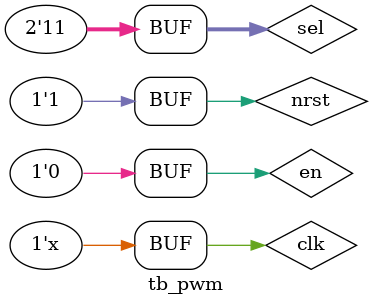
<source format=v>
`timescale 1ns/1ps
`define CLK_PERIOD 34  //~29.4MHz
module tb_pwm;
  parameter SEL0_HI = 32'd10;
  parameter SEL0_LO = 32'd10;
  parameter SEL1_HI = 32'd10;
  parameter SEL1_LO = 32'd20;
  parameter SEL2_HI = 32'd20;
  parameter SEL2_LO = 32'd10;
  parameter SEL3_HI = 32'd100;
  parameter SEL3_LO = 32'd300;

  reg clk, nrst, en;
  reg [1:0] sel;
  wire pwm_out;

  pwm #(
    .SEL0_HI (SEL0_HI),
    .SEL0_LO (SEL0_LO),
    .SEL1_HI (SEL1_HI),
    .SEL1_LO (SEL1_LO),
    .SEL2_HI (SEL2_HI),
    .SEL2_LO (SEL2_LO),
    .SEL3_HI (SEL3_HI),
    .SEL3_LO (SEL3_LO)
    ) UUT(
    .clk     (clk),
    .nrst    (nrst),
    .en      (en),
    .sel     (sel),
    .pwm_out (pwm_out)
    );

  always begin
    #(`CLK_PERIOD/2.0) clk = ~clk;
  end

  initial begin
    clk = 0;
    nrst = 0;
    en = 0;
    sel = 2'd0;

    #(`CLK_PERIOD * 10) nrst = 1'b1;

    #(`CLK_PERIOD * 10);
    en = 1'b1;

    #(`CLK_PERIOD * 200) en = 0;

    #(`CLK_PERIOD * 100) en = 1'b1;
    sel = 2'b01;

    #(`CLK_PERIOD * 200) en = 1'b1;
    sel = 2'b01;

    #(`CLK_PERIOD * 200) en = 1'b1;
    sel = 2'h3;

    #(`CLK_PERIOD * 300) en = 0;
  end
endmodule

</source>
